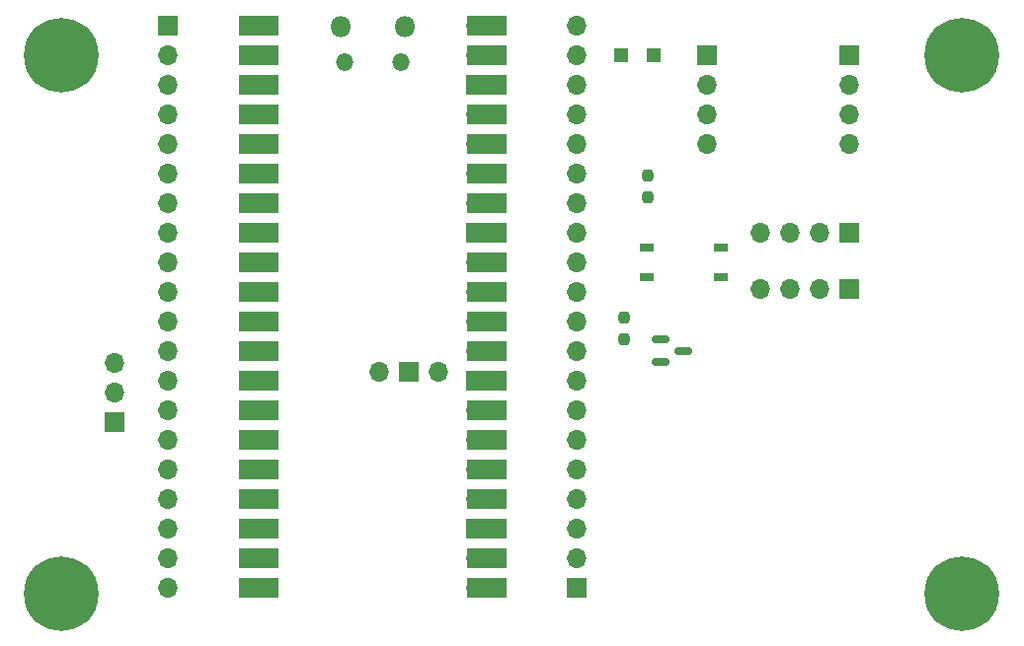
<source format=gts>
%TF.GenerationSoftware,KiCad,Pcbnew,7.0.8*%
%TF.CreationDate,2023-11-16T15:54:20-08:00*%
%TF.ProjectId,wifi_pc_power_switch,77696669-5f70-4635-9f70-6f7765725f73,rev?*%
%TF.SameCoordinates,Original*%
%TF.FileFunction,Soldermask,Top*%
%TF.FilePolarity,Negative*%
%FSLAX46Y46*%
G04 Gerber Fmt 4.6, Leading zero omitted, Abs format (unit mm)*
G04 Created by KiCad (PCBNEW 7.0.8) date 2023-11-16 15:54:20*
%MOMM*%
%LPD*%
G01*
G04 APERTURE LIST*
G04 Aperture macros list*
%AMRoundRect*
0 Rectangle with rounded corners*
0 $1 Rounding radius*
0 $2 $3 $4 $5 $6 $7 $8 $9 X,Y pos of 4 corners*
0 Add a 4 corners polygon primitive as box body*
4,1,4,$2,$3,$4,$5,$6,$7,$8,$9,$2,$3,0*
0 Add four circle primitives for the rounded corners*
1,1,$1+$1,$2,$3*
1,1,$1+$1,$4,$5*
1,1,$1+$1,$6,$7*
1,1,$1+$1,$8,$9*
0 Add four rect primitives between the rounded corners*
20,1,$1+$1,$2,$3,$4,$5,0*
20,1,$1+$1,$4,$5,$6,$7,0*
20,1,$1+$1,$6,$7,$8,$9,0*
20,1,$1+$1,$8,$9,$2,$3,0*%
G04 Aperture macros list end*
%ADD10RoundRect,0.150000X-0.587500X-0.150000X0.587500X-0.150000X0.587500X0.150000X-0.587500X0.150000X0*%
%ADD11R,1.700000X1.700000*%
%ADD12O,1.700000X1.700000*%
%ADD13RoundRect,0.237500X0.237500X-0.250000X0.237500X0.250000X-0.237500X0.250000X-0.237500X-0.250000X0*%
%ADD14C,0.800000*%
%ADD15C,6.400000*%
%ADD16R,1.200000X1.200000*%
%ADD17O,1.800000X1.800000*%
%ADD18O,1.500000X1.500000*%
%ADD19R,3.500000X1.700000*%
%ADD20R,1.200000X0.800000*%
G04 APERTURE END LIST*
D10*
%TO.C,Q1*%
X188038500Y-104714000D03*
X188038500Y-106614000D03*
X189913500Y-105664000D03*
%TD*%
D11*
%TO.C,J7*%
X204216000Y-100330000D03*
D12*
X201676000Y-100330000D03*
X199136000Y-100330000D03*
X196596000Y-100330000D03*
%TD*%
D11*
%TO.C,J6*%
X204216000Y-95504000D03*
D12*
X201676000Y-95504000D03*
X199136000Y-95504000D03*
X196596000Y-95504000D03*
%TD*%
D11*
%TO.C,J1*%
X145796000Y-77724000D03*
D12*
X145796000Y-80264000D03*
X145796000Y-82804000D03*
X145796000Y-85344000D03*
X145796000Y-87884000D03*
X145796000Y-90424000D03*
X145796000Y-92964000D03*
X145796000Y-95504000D03*
X145796000Y-98044000D03*
X145796000Y-100584000D03*
X145796000Y-103124000D03*
X145796000Y-105664000D03*
X145796000Y-108204000D03*
X145796000Y-110744000D03*
X145796000Y-113284000D03*
X145796000Y-115824000D03*
X145796000Y-118364000D03*
X145796000Y-120904000D03*
X145796000Y-123444000D03*
X145796000Y-125984000D03*
%TD*%
D13*
%TO.C,R1*%
X184912000Y-104648000D03*
X184912000Y-102823000D03*
%TD*%
D14*
%TO.C,H2*%
X211468000Y-80264000D03*
X212170944Y-78566944D03*
X212170944Y-81961056D03*
X213868000Y-77864000D03*
D15*
X213868000Y-80264000D03*
D14*
X213868000Y-82664000D03*
X215565056Y-78566944D03*
X215565056Y-81961056D03*
X216268000Y-80264000D03*
%TD*%
D11*
%TO.C,J5*%
X204216000Y-80264000D03*
D12*
X204216000Y-82804000D03*
X204216000Y-85344000D03*
X204216000Y-87884000D03*
%TD*%
D16*
%TO.C,D2*%
X184652000Y-80264000D03*
X187452000Y-80264000D03*
%TD*%
D11*
%TO.C,J3*%
X192024000Y-80264000D03*
D12*
X192024000Y-82804000D03*
X192024000Y-85344000D03*
X192024000Y-87884000D03*
%TD*%
D11*
%TO.C,J4*%
X141199000Y-111760000D03*
D12*
X141199000Y-109220000D03*
X141199000Y-106680000D03*
%TD*%
D13*
%TO.C,R2*%
X186944000Y-92456000D03*
X186944000Y-90631000D03*
%TD*%
D17*
%TO.C,U1*%
X160597000Y-77854000D03*
D18*
X160897000Y-80884000D03*
X165747000Y-80884000D03*
D17*
X166047000Y-77854000D03*
D12*
X154432000Y-77724000D03*
D19*
X153532000Y-77724000D03*
D12*
X154432000Y-80264000D03*
D19*
X153532000Y-80264000D03*
D11*
X154432000Y-82804000D03*
D19*
X153532000Y-82804000D03*
D12*
X154432000Y-85344000D03*
D19*
X153532000Y-85344000D03*
D12*
X154432000Y-87884000D03*
D19*
X153532000Y-87884000D03*
D12*
X154432000Y-90424000D03*
D19*
X153532000Y-90424000D03*
D12*
X154432000Y-92964000D03*
D19*
X153532000Y-92964000D03*
D11*
X154432000Y-95504000D03*
D19*
X153532000Y-95504000D03*
D12*
X154432000Y-98044000D03*
D19*
X153532000Y-98044000D03*
D12*
X154432000Y-100584000D03*
D19*
X153532000Y-100584000D03*
D12*
X154432000Y-103124000D03*
D19*
X153532000Y-103124000D03*
D12*
X154432000Y-105664000D03*
D19*
X153532000Y-105664000D03*
D11*
X154432000Y-108204000D03*
D19*
X153532000Y-108204000D03*
D12*
X154432000Y-110744000D03*
D19*
X153532000Y-110744000D03*
D12*
X154432000Y-113284000D03*
D19*
X153532000Y-113284000D03*
D12*
X154432000Y-115824000D03*
D19*
X153532000Y-115824000D03*
D12*
X154432000Y-118364000D03*
D19*
X153532000Y-118364000D03*
D11*
X154432000Y-120904000D03*
D19*
X153532000Y-120904000D03*
D12*
X154432000Y-123444000D03*
D19*
X153532000Y-123444000D03*
D12*
X154432000Y-125984000D03*
D19*
X153532000Y-125984000D03*
D12*
X172212000Y-125984000D03*
D19*
X173112000Y-125984000D03*
D12*
X172212000Y-123444000D03*
D19*
X173112000Y-123444000D03*
D11*
X172212000Y-120904000D03*
D19*
X173112000Y-120904000D03*
D12*
X172212000Y-118364000D03*
D19*
X173112000Y-118364000D03*
D12*
X172212000Y-115824000D03*
D19*
X173112000Y-115824000D03*
D12*
X172212000Y-113284000D03*
D19*
X173112000Y-113284000D03*
D12*
X172212000Y-110744000D03*
D19*
X173112000Y-110744000D03*
D11*
X172212000Y-108204000D03*
D19*
X173112000Y-108204000D03*
D12*
X172212000Y-105664000D03*
D19*
X173112000Y-105664000D03*
D12*
X172212000Y-103124000D03*
D19*
X173112000Y-103124000D03*
D12*
X172212000Y-100584000D03*
D19*
X173112000Y-100584000D03*
D12*
X172212000Y-98044000D03*
D19*
X173112000Y-98044000D03*
D11*
X172212000Y-95504000D03*
D19*
X173112000Y-95504000D03*
D12*
X172212000Y-92964000D03*
D19*
X173112000Y-92964000D03*
D12*
X172212000Y-90424000D03*
D19*
X173112000Y-90424000D03*
D12*
X172212000Y-87884000D03*
D19*
X173112000Y-87884000D03*
D12*
X172212000Y-85344000D03*
D19*
X173112000Y-85344000D03*
D11*
X172212000Y-82804000D03*
D19*
X173112000Y-82804000D03*
D12*
X172212000Y-80264000D03*
D19*
X173112000Y-80264000D03*
D12*
X172212000Y-77724000D03*
D19*
X173112000Y-77724000D03*
D12*
X163906100Y-107454000D03*
D11*
X166446100Y-107454000D03*
D12*
X168986100Y-107454000D03*
%TD*%
D14*
%TO.C,H1*%
X134252000Y-80264000D03*
X134954944Y-78566944D03*
X134954944Y-81961056D03*
X136652000Y-77864000D03*
D15*
X136652000Y-80264000D03*
D14*
X136652000Y-82664000D03*
X138349056Y-78566944D03*
X138349056Y-81961056D03*
X139052000Y-80264000D03*
%TD*%
%TO.C,H3*%
X134252000Y-126492000D03*
X134954944Y-124794944D03*
X134954944Y-128189056D03*
X136652000Y-124092000D03*
D15*
X136652000Y-126492000D03*
D14*
X136652000Y-128892000D03*
X138349056Y-124794944D03*
X138349056Y-128189056D03*
X139052000Y-126492000D03*
%TD*%
%TO.C,H4*%
X211468000Y-126492000D03*
X212170944Y-124794944D03*
X212170944Y-128189056D03*
X213868000Y-124092000D03*
D15*
X213868000Y-126492000D03*
D14*
X213868000Y-128892000D03*
X215565056Y-124794944D03*
X215565056Y-128189056D03*
X216268000Y-126492000D03*
%TD*%
D20*
%TO.C,U2*%
X186842000Y-96774000D03*
X186842000Y-99314000D03*
X193142000Y-99314000D03*
X193142000Y-96774000D03*
%TD*%
D11*
%TO.C,J2*%
X180848000Y-125984000D03*
D12*
X180848000Y-123444000D03*
X180848000Y-120904000D03*
X180848000Y-118364000D03*
X180848000Y-115824000D03*
X180848000Y-113284000D03*
X180848000Y-110744000D03*
X180848000Y-108204000D03*
X180848000Y-105664000D03*
X180848000Y-103124000D03*
X180848000Y-100584000D03*
X180848000Y-98044000D03*
X180848000Y-95504000D03*
X180848000Y-92964000D03*
X180848000Y-90424000D03*
X180848000Y-87884000D03*
X180848000Y-85344000D03*
X180848000Y-82804000D03*
X180848000Y-80264000D03*
X180848000Y-77724000D03*
%TD*%
M02*

</source>
